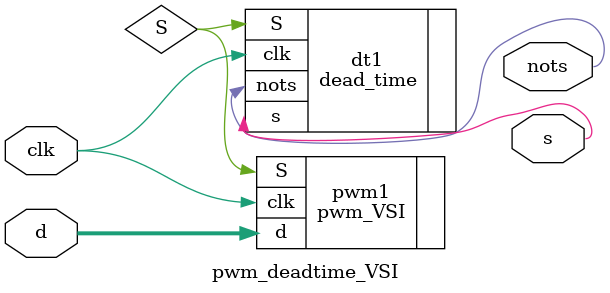
<source format=v>
`timescale 1ns / 1ps
module pwm_deadtime_VSI(
input clk,
input [9:0] d,
output s,
output nots
    );


wire S;


pwm_VSI pwm1(
.clk(clk),
.d(d),
.S(S)
 );
 
dead_time dt1(.clk(clk),
	.S(S),
	.s(s),
	.nots(nots));

endmodule

</source>
